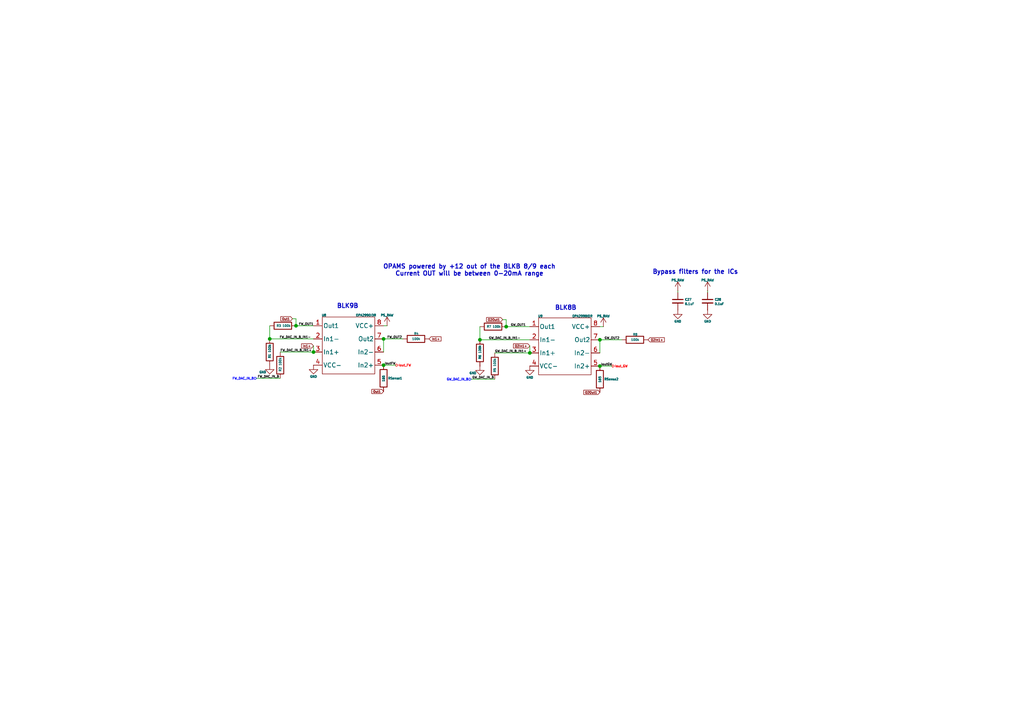
<source format=kicad_sch>
(kicad_sch (version 20250114) (generator "eeschema") (generator_version "9.0")
  (paper "A4")
  (lib_symbols
    (symbol "Device:C_Small" (pin_numbers (hide yes)) (pin_names (offset 0.254) (hide yes))
      (property "Reference" "C" (at 0.254 1.778 0))
      (property "Value" "C_Small" (at 0.254 -2.032 0))
      (symbol "C_Small_0_1"
        (polyline (pts (xy -1.524 0.508) (xy 1.524 0.508)) (stroke (width 0.3048)))
        (polyline (pts (xy -1.524 -0.508) (xy 1.524 -0.508)) (stroke (width 0.3302)))
      )
      (symbol "C_Small_1_1"
        (pin passive line (at 0 2.54 270) (length 2.032) (name "~") (number "1"))
        (pin passive line (at 0 -2.54 90) (length 2.032) (name "~") (number "2"))
      )
    )
    (symbol "Device:R" (pin_numbers (hide yes)) (pin_names (offset 0))
      (property "Reference" "R" (at 2.032 0 90))
      (property "Value" "R" (at 0 0 90))
      (symbol "R_0_1"
        (rectangle (start -1.016 -2.54) (end 1.016 2.54) (stroke (width 0.254)))
      )
      (symbol "R_1_1"
        (pin passive line (at 0 3.81 270) (length 1.27) (name "~") (number "1"))
        (pin passive line (at 0 -3.81 90) (length 1.27) (name "~") (number "2"))
      )
    )
    (symbol "TSV632:TSV632" (pin_names (offset 0.254))
      (property "Reference" "U" (at 31.496 2.794 0))
      (symbol "TSV632_0_1"
        (rectangle (start 10.16 0) (end 25.4 -16.51))
      )
      (symbol "TSV632_1_1"
        (pin output line (at 7.62 -2.54 0) (length 2.54) (name "Out1") (number "1"))
        (pin input line (at 7.62 -6.35 0) (length 2.54) (name "In1-") (number "2"))
        (pin input line (at 7.62 -10.16 0) (length 2.54) (name "In1+") (number "3"))
        (pin power_in line (at 7.62 -13.97 0) (length 2.54) (name "VCC-") (number "4"))
        (pin power_in line (at 27.94 -2.54 180) (length 2.54) (name "VCC+") (number "8"))
        (pin output line (at 27.94 -6.35 180) (length 2.54) (name "Out2") (number "7"))
        (pin input line (at 27.94 -10.16 180) (length 2.54) (name "In2-") (number "6"))
        (pin input line (at 27.94 -13.97 180) (length 2.54) (name "In2+") (number "5"))
      )
    )
    (symbol "power:+3.3V" (power) (pin_numbers (hide yes)) (pin_names (offset 0) (hide yes))
      (property "Value" "+3.3V" (at 0 3.556 0))
      (symbol "+3.3V_0_1"
        (polyline (pts (xy -0.762 1.27) (xy 0 2.54)))
        (polyline (pts (xy 0 2.54) (xy 0.762 1.27)))
        (polyline (pts (xy 0 0) (xy 0 2.54)))
      )
      (symbol "+3.3V_1_1"
        (pin power_in line (at 0 0 90) (length 0) (name "~") (number "1"))
      )
    )
    (symbol "power:GND" (power) (pin_numbers (hide yes)) (pin_names (offset 0) (hide yes))
      (property "Value" "GND" (at 0 -3.81 0))
      (symbol "GND_0_1"
        (polyline (pts (xy 0 0) (xy 0 -1.27) (xy 1.27 -1.27) (xy 0 -2.54) (xy -1.27 -1.27) (xy 0 -1.27)))
      )
      (symbol "GND_1_1"
        (pin power_in line (at 0 0 270) (length 0) (name "~") (number "1"))
      )
    )
  )
  (text "BLK8B" (at 164.084 89.408 0) (effects (font (size 1.27 1.27) (thickness 0.254) (bold yes))))
  (text "BLK9B" (at 100.838 88.9 0) (effects (font (size 1.27 1.27) (thickness 0.254) (bold yes))))
  (text "Bypass filters for the ICs" (at 201.676 78.994 0) (effects (font (size 1.27 1.27) (thickness 0.254) (bold yes))))
  (text "OPAMS powered by +12 out of the BLKB 8/9 each\nCurrent OUT will be between 0-20mA range" (at 136.144 78.486 0) (effects (font (size 1.27 1.27) (thickness 0.254) (bold yes))))
  (junction (at 111.252 98.298))
  (junction (at 78.232 98.298))
  (junction (at 111.252 105.918))
  (junction (at 90.932 102.108))
  (junction (at 153.67 102.362))
  (junction (at 173.99 106.172))
  (junction (at 173.99 98.552))
  (junction (at 146.812 94.742))
  (junction (at 139.192 98.552))
  (junction (at 85.852 94.488))
  (wire (pts (xy 111.252 105.918) (xy 114.808 105.918)))
  (wire (pts (xy 173.99 98.552) (xy 173.99 102.362)))
  (wire (pts (xy 111.252 98.298) (xy 111.252 102.108)))
  (wire (pts (xy 139.192 94.742) (xy 139.192 98.552)))
  (wire (pts (xy 90.932 100.33) (xy 90.932 102.108)))
  (wire (pts (xy 85.852 94.488) (xy 90.932 94.488)))
  (wire (pts (xy 146.812 94.742) (xy 153.67 94.742)))
  (wire (pts (xy 84.836 92.456) (xy 85.852 92.456)))
  (wire (pts (xy 78.232 94.488) (xy 78.232 98.298)))
  (wire (pts (xy 143.51 102.362) (xy 153.67 102.362)))
  (wire (pts (xy 136.652 109.982) (xy 143.51 109.982)))
  (wire (pts (xy 180.34 98.552) (xy 173.99 98.552)))
  (wire (pts (xy 139.192 98.552) (xy 153.67 98.552)))
  (wire (pts (xy 85.852 94.488) (xy 85.852 92.456)))
  (wire (pts (xy 81.28 102.108) (xy 90.932 102.108)))
  (wire (pts (xy 173.99 94.742) (xy 175.006 94.742)))
  (wire (pts (xy 111.252 94.488) (xy 112.268 94.488)))
  (wire (pts (xy 116.84 98.298) (xy 111.252 98.298)))
  (wire (pts (xy 173.99 106.172) (xy 177.546 106.172)))
  (wire (pts (xy 205.232 84.328) (xy 205.232 84.836)))
  (wire (pts (xy 146.812 94.742) (xy 146.812 92.71)))
  (wire (pts (xy 196.596 84.328) (xy 196.596 84.836)))
  (wire (pts (xy 145.796 92.71) (xy 146.812 92.71)))
  (wire (pts (xy 74.422 109.728) (xy 81.28 109.728)))
  (wire (pts (xy 153.67 100.33) (xy 153.67 102.362)))
  (wire (pts (xy 78.232 98.298) (xy 90.932 98.298)))
  (label "GW_OUT2" (at 175.26 98.552 0) (effects (font (size 0.635 0.635))))
  (label "FW_DAC_IN_B_IN1-" (at 81.026 98.298 0) (effects (font (size 0.635 0.635))))
  (label "IoutGW" (at 174.244 106.172 0) (effects (font (size 0.635 0.635))))
  (label "GW_DAC_IN_B_IN1-" (at 141.732 98.552 0) (effects (font (size 0.635 0.635))))
  (label "GW_OUT1" (at 148.082 94.742 0) (effects (font (size 0.635 0.635))))
  (label "FW_OUT1" (at 86.614 94.488 0) (effects (font (size 0.635 0.635))))
  (label "FW_DAC_IN_B" (at 74.676 109.728 0) (effects (font (size 0.635 0.635))))
  (label "GW_DAC_IN_B_IN1+" (at 143.51 102.362 0) (effects (font (size 0.635 0.635))))
  (label "FW_DAC_IN_B_IN1+" (at 81.28 102.108 0) (effects (font (size 0.635 0.635))))
  (label "IoutFW" (at 111.506 105.918 0) (effects (font (size 0.635 0.635))))
  (label "GW_DAC_IN_B" (at 136.906 109.982 0) (effects (font (size 0.635 0.635))))
  (label "FW_OUT2" (at 112.268 98.298 0) (effects (font (size 0.635 0.635))))
  (global_label "O2Out1" (shape input) (at 145.796 92.71 180) (effects (font (size 0.635 0.635))) (property "Intersheetrefs" "${INTERSHEET_REFS}" (effects (hide yes))))
  (global_label "O2In1+" (shape input) (at 153.67 100.33 180) (effects (font (size 0.635 0.635))) (property "Intersheetrefs" "${INTERSHEET_REFS}" (effects (hide yes))))
  (global_label "In1+" (shape input) (at 90.932 100.33 180) (effects (font (size 0.635 0.635))) (property "Intersheetrefs" "${INTERSHEET_REFS}" (effects (hide yes))))
  (global_label "In1+" (shape input) (at 124.46 98.298 0) (effects (font (size 0.635 0.635))) (property "Intersheetrefs" "${INTERSHEET_REFS}" (effects (hide yes))))
  (global_label "O2In1+" (shape input) (at 187.96 98.552 0) (effects (font (size 0.635 0.635))) (property "Intersheetrefs" "${INTERSHEET_REFS}" (effects (hide yes))))
  (global_label "Out1" (shape input) (at 84.836 92.456 180) (effects (font (size 0.635 0.635))) (property "Intersheetrefs" "${INTERSHEET_REFS}" (effects (hide yes))))
  (global_label "O2Out1" (shape input) (at 173.99 113.792 180) (effects (font (size 0.635 0.635))) (property "Intersheetrefs" "${INTERSHEET_REFS}" (effects (hide yes))))
  (global_label "Out1" (shape input) (at 111.252 113.538 180) (effects (font (size 0.635 0.635))) (property "Intersheetrefs" "${INTERSHEET_REFS}" (effects (hide yes))))
  (hierarchical_label "FW_DAC_IN_B" (shape input) (at 74.422 109.728 180) (effects (font (size 0.635 0.635))))
  (hierarchical_label "Iout_GW" (shape output) (at 177.546 106.172 0) (effects (font (size 0.635 0.635))))
  (hierarchical_label "GW_DAC_IN_B" (shape input) (at 136.652 109.982 180) (effects (font (size 0.635 0.635))))
  (hierarchical_label "Iout_FW" (shape output) (at 114.808 105.918 0) (effects (font (size 0.635 0.635))))
  (symbol (lib_id "Device:R") (at 78.232 102.108 180) (unit 1)
    (property "Reference" "R1" (at 78.232 102.616 90) (effects (font (size 0.635 0.635)) (justify left)))
    (property "Value" "100k" (at 78.232 99.822 90) (effects (font (size 0.635 0.635)) (justify left)))
    (property "Footprint" "Resistor_SMD:R_0603_1608Metric" (effects (hide yes)))
    (property "Description" "Resistor" (effects (hide yes)))
  )
  (symbol (lib_id "Device:R") (at 184.15 98.552 90) (unit 1)
    (property "Reference" "R8" (at 184.912 97.028 90) (effects (font (size 0.635 0.635)) (justify left)))
    (property "Value" "100k" (at 185.42 98.552 90) (effects (font (size 0.635 0.635)) (justify left)))
    (property "Footprint" "Resistor_SMD:R_0603_1608Metric" (effects (hide yes)))
    (property "Description" "Resistor" (effects (hide yes)))
  )
  (symbol (lib_id "power:GND") (at 139.192 106.172 0) (mirror y) (unit 1)
    (property "Reference" "#PWR02" (effects (hide yes)))
    (property "Value" "GND" (at 137.16 108.204 0) (effects (font (size 0.635 0.635))))
    (property "Description" "Power symbol creates a global label with name \"GND\" , ground" (effects (hide yes)))
  )
  (symbol (lib_id "Device:R") (at 111.252 109.728 0) (unit 1)
    (property "Reference" "RSense1" (at 112.522 109.728 0) (effects (font (size 0.635 0.635)) (justify left)))
    (property "Value" "165" (at 111.252 110.744 90) (effects (font (size 0.635 0.635)) (justify left)))
    (property "Footprint" "Resistor_SMD:R_0603_1608Metric" (effects (hide yes)))
    (property "Description" "Resistor" (effects (hide yes)))
  )
  (symbol (lib_id "Device:C_Small") (at 196.596 87.376 0) (unit 1)
    (property "Reference" "C27" (at 198.628 86.868 0) (effects (font (size 0.635 0.635)) (justify left)))
    (property "Value" "0.1uF" (at 198.628 88.138 0) (effects (font (size 0.635 0.635)) (justify left)))
    (property "Footprint" "Capacitor_SMD:C_0603_1608Metric" (effects (hide yes)))
    (property "Description" "Unpolarized capacitor, small symbol" (effects (hide yes)))
  )
  (symbol (lib_id "power:GND") (at 78.232 105.918 0) (mirror y) (unit 1)
    (property "Reference" "#PWR036" (effects (hide yes)))
    (property "Value" "GND" (at 76.2 107.95 0) (effects (font (size 0.635 0.635))))
    (property "Description" "Power symbol creates a global label with name \"GND\" , ground" (effects (hide yes)))
  )
  (symbol (lib_id "power:+3.3V") (at 175.006 94.742 0) (unit 1)
    (property "Reference" "#PWR063" (effects (hide yes)))
    (property "Value" "PS_RAW" (at 175.006 91.694 0) (effects (font (size 0.635 0.635) (thickness 0.2032) (bold yes))))
    (property "Description" "Power symbol creates a global label with name \"+3.3V\"" (effects (hide yes)))
  )
  (symbol (lib_id "power:GND") (at 205.232 89.916 0) (unit 1)
    (property "Reference" "#PWR072" (effects (hide yes)))
    (property "Value" "GND" (at 205.232 93.218 0) (effects (font (size 0.635 0.635))))
    (property "Description" "Power symbol creates a global label with name \"GND\" , ground" (effects (hide yes)))
  )
  (symbol (lib_id "TSV632:TSV632") (at 83.312 91.948 0) (unit 1)
    (property "Reference" "U8" (at 93.98 91.44 0) (effects (font (size 0.635 0.635))))
    (property "Value" "OPA2990IDR" (at 106.172 91.44 0) (effects (font (size 0.635 0.635))))
    (property "Footprint" "OPA2990IDR:D8_TEX-M" (effects (hide yes)))
    (property "Datasheet" "https://www.ti.com/lit/ds/symlink/opa2990.pdf?HQS=dis-dk-null-digikeymode-dsf-pf-null-wwe&ts=1768568792213&ref_url=https%253A%252F%252Fwww.ti.com%252Fgeneral%252Fdocs%252Fsuppproductinfo.tsp%253FdistId%253D10%2526gotoUrl%253Dhttps%253A%252F%252Fwww.ti.com%252Flit%252Fgpn%252FOPA2990" (effects (hide yes)))
    (property "Description" "IC OPAMP GP 2 CIRCUIT 8SOIC" (effects (hide yes)))
  )
  (symbol (lib_id "Device:R") (at 139.192 102.362 180) (unit 1)
    (property "Reference" "R6" (at 139.192 102.87 90) (effects (font (size 0.635 0.635)) (justify left)))
    (property "Value" "100k" (at 139.192 100.076 90) (effects (font (size 0.635 0.635)) (justify left)))
    (property "Footprint" "Resistor_SMD:R_0603_1608Metric" (effects (hide yes)))
    (property "Description" "Resistor" (effects (hide yes)))
  )
  (symbol (lib_id "Device:R") (at 120.65 98.298 90) (unit 1)
    (property "Reference" "R4" (at 121.412 96.774 90) (effects (font (size 0.635 0.635)) (justify left)))
    (property "Value" "100k" (at 121.92 98.298 90) (effects (font (size 0.635 0.635)) (justify left)))
    (property "Footprint" "Resistor_SMD:R_0603_1608Metric" (effects (hide yes)))
    (property "Description" "Resistor" (effects (hide yes)))
  )
  (symbol (lib_id "power:+3.3V") (at 112.268 94.488 0) (unit 1)
    (property "Reference" "#PWR048" (effects (hide yes)))
    (property "Value" "PS_RAW" (at 112.268 91.44 0) (effects (font (size 0.635 0.635) (thickness 0.2032) (bold yes))))
    (property "Description" "Power symbol creates a global label with name \"+3.3V\"" (effects (hide yes)))
  )
  (symbol (lib_id "power:GND") (at 153.67 106.172 0) (mirror y) (unit 1)
    (property "Reference" "#PWR05" (effects (hide yes)))
    (property "Value" "GND" (at 153.67 109.474 0) (effects (font (size 0.635 0.635))))
    (property "Description" "Power symbol creates a global label with name \"GND\" , ground" (effects (hide yes)))
  )
  (symbol (lib_id "Device:R") (at 81.28 105.918 180) (unit 1)
    (property "Reference" "R2" (at 81.28 106.426 90) (effects (font (size 0.635 0.635)) (justify left)))
    (property "Value" "100k" (at 81.28 103.632 90) (effects (font (size 0.635 0.635)) (justify left)))
    (property "Footprint" "Resistor_SMD:R_0603_1608Metric" (effects (hide yes)))
    (property "Description" "Resistor" (effects (hide yes)))
  )
  (symbol (lib_id "power:+3.3V") (at 205.232 84.328 0) (unit 1)
    (property "Reference" "#PWR076" (effects (hide yes)))
    (property "Value" "PS_RAW" (at 205.232 81.28 0) (effects (font (size 0.635 0.635) (thickness 0.2032) (bold yes))))
    (property "Description" "Power symbol creates a global label with name \"+3.3V\"" (effects (hide yes)))
  )
  (symbol (lib_id "Device:R") (at 143.002 94.742 90) (unit 1)
    (property "Reference" "R7" (at 142.494 94.742 90) (effects (font (size 0.635 0.635)) (justify left)))
    (property "Value" "100k" (at 145.288 94.742 90) (effects (font (size 0.635 0.635)) (justify left)))
    (property "Footprint" "Resistor_SMD:R_0603_1608Metric" (effects (hide yes)))
    (property "Description" "Resistor" (effects (hide yes)))
  )
  (symbol (lib_id "power:GND") (at 90.932 105.918 0) (mirror y) (unit 1)
    (property "Reference" "#PWR037" (effects (hide yes)))
    (property "Value" "GND" (at 90.932 109.22 0) (effects (font (size 0.635 0.635))))
    (property "Description" "Power symbol creates a global label with name \"GND\" , ground" (effects (hide yes)))
  )
  (symbol (lib_id "Device:C_Small") (at 205.232 87.376 0) (unit 1)
    (property "Reference" "C28" (at 207.264 86.868 0) (effects (font (size 0.635 0.635)) (justify left)))
    (property "Value" "0.1uF" (at 207.264 88.138 0) (effects (font (size 0.635 0.635)) (justify left)))
    (property "Footprint" "Capacitor_SMD:C_0603_1608Metric" (effects (hide yes)))
    (property "Description" "Unpolarized capacitor, small symbol" (effects (hide yes)))
  )
  (symbol (lib_id "power:GND") (at 196.596 89.916 0) (unit 1)
    (property "Reference" "#PWR047" (effects (hide yes)))
    (property "Value" "GND" (at 196.596 93.218 0) (effects (font (size 0.635 0.635))))
    (property "Description" "Power symbol creates a global label with name \"GND\" , ground" (effects (hide yes)))
  )
  (symbol (lib_id "Device:R") (at 173.99 109.982 0) (unit 1)
    (property "Reference" "RSense2" (at 175.26 109.982 0) (effects (font (size 0.635 0.635)) (justify left)))
    (property "Value" "165" (at 173.99 110.998 90) (effects (font (size 0.635 0.635)) (justify left)))
    (property "Footprint" "Resistor_SMD:R_0603_1608Metric" (effects (hide yes)))
    (property "Description" "Resistor" (effects (hide yes)))
  )
  (symbol (lib_id "TSV632:TSV632") (at 146.05 92.202 0) (unit 1)
    (property "Reference" "U9" (at 156.718 91.694 0) (effects (font (size 0.635 0.635))))
    (property "Value" "OPA2990IDR" (at 168.91 91.694 0) (effects (font (size 0.635 0.635))))
    (property "Footprint" "OPA2990IDR:D8_TEX-M" (effects (hide yes)))
    (property "Datasheet" "https://www.ti.com/lit/ds/symlink/opa2990.pdf?HQS=dis-dk-null-digikeymode-dsf-pf-null-wwe&ts=1768568792213&ref_url=https%253A%252F%252Fwww.ti.com%252Fgeneral%252Fdocs%252Fsuppproductinfo.tsp%253FdistId%253D10%2526gotoUrl%253Dhttps%253A%252F%252Fwww.ti.com%252Flit%252Fgpn%252FOPA2990" (effects (hide yes)))
    (property "Description" "IC OPAMP GP 2 CIRCUIT 8SOIC" (effects (hide yes)))
  )
  (symbol (lib_id "Device:R") (at 82.042 94.488 90) (unit 1)
    (property "Reference" "R3" (at 81.534 94.488 90) (effects (font (size 0.635 0.635)) (justify left)))
    (property "Value" "100k" (at 84.328 94.488 90) (effects (font (size 0.635 0.635)) (justify left)))
    (property "Footprint" "Resistor_SMD:R_0603_1608Metric" (effects (hide yes)))
    (property "Description" "Resistor" (effects (hide yes)))
  )
  (symbol (lib_id "Device:R") (at 143.51 106.172 180) (unit 1)
    (property "Reference" "R5" (at 143.51 106.68 90) (effects (font (size 0.635 0.635)) (justify left)))
    (property "Value" "100k" (at 143.51 103.886 90) (effects (font (size 0.635 0.635)) (justify left)))
    (property "Footprint" "Resistor_SMD:R_0603_1608Metric" (effects (hide yes)))
    (property "Description" "Resistor" (effects (hide yes)))
  )
  (symbol (lib_id "power:+3.3V") (at 196.596 84.328 0) (unit 1)
    (property "Reference" "#PWR075" (effects (hide yes)))
    (property "Value" "PS_RAW" (at 196.596 81.28 0) (effects (font (size 0.635 0.635) (thickness 0.2032) (bold yes))))
    (property "Description" "Power symbol creates a global label with name \"+3.3V\"" (effects (hide yes)))
  )
)
</source>
